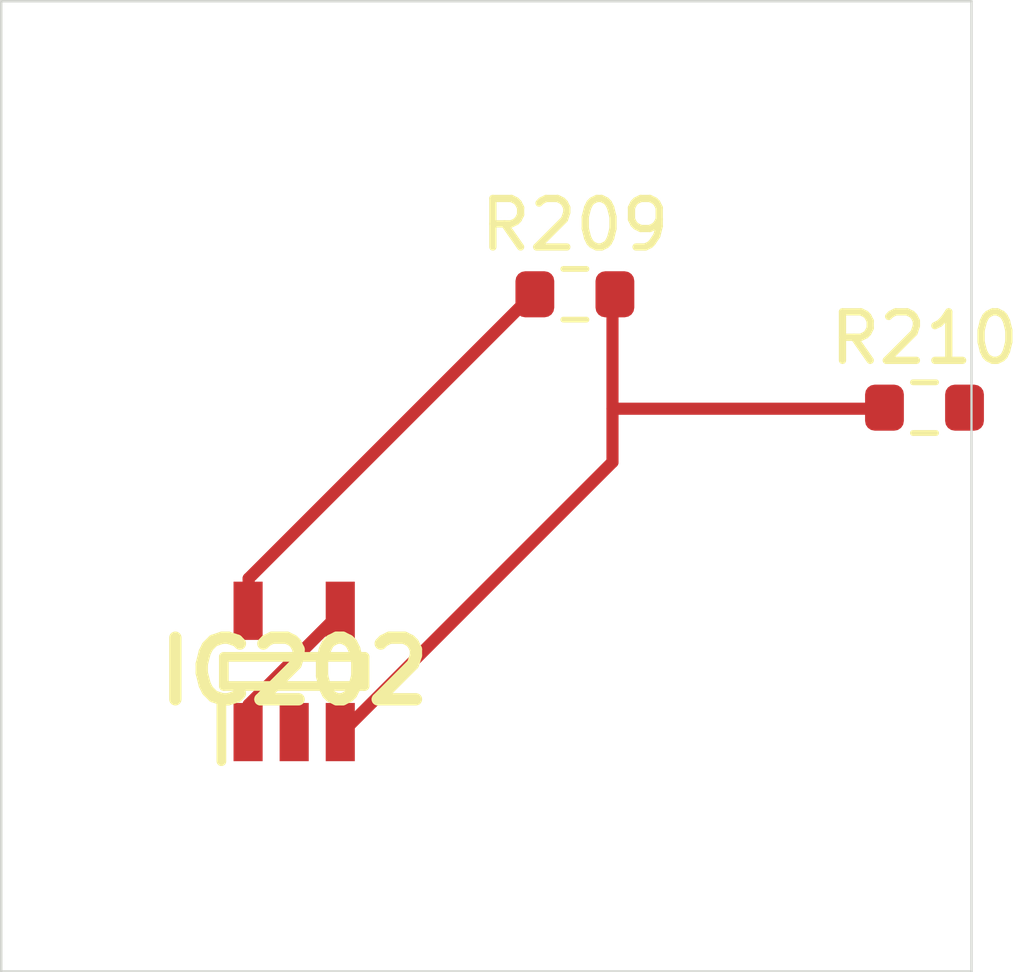
<source format=kicad_pcb>
 ( kicad_pcb  ( version 20171130 )
 ( host pcbnew 5.1.12-84ad8e8a86~92~ubuntu18.04.1 )
 ( general  ( thickness 1.6 )
 ( drawings 4 )
 ( tracks 0 )
 ( zones 0 )
 ( modules 3 )
 ( nets 5 )
)
 ( page A4 )
 ( layers  ( 0 F.Cu signal )
 ( 31 B.Cu signal )
 ( 32 B.Adhes user )
 ( 33 F.Adhes user )
 ( 34 B.Paste user )
 ( 35 F.Paste user )
 ( 36 B.SilkS user )
 ( 37 F.SilkS user )
 ( 38 B.Mask user )
 ( 39 F.Mask user )
 ( 40 Dwgs.User user )
 ( 41 Cmts.User user )
 ( 42 Eco1.User user )
 ( 43 Eco2.User user )
 ( 44 Edge.Cuts user )
 ( 45 Margin user )
 ( 46 B.CrtYd user )
 ( 47 F.CrtYd user )
 ( 48 B.Fab user )
 ( 49 F.Fab user )
)
 ( setup  ( last_trace_width 0.25 )
 ( trace_clearance 0.2 )
 ( zone_clearance 0.508 )
 ( zone_45_only no )
 ( trace_min 0.2 )
 ( via_size 0.8 )
 ( via_drill 0.4 )
 ( via_min_size 0.4 )
 ( via_min_drill 0.3 )
 ( uvia_size 0.3 )
 ( uvia_drill 0.1 )
 ( uvias_allowed no )
 ( uvia_min_size 0.2 )
 ( uvia_min_drill 0.1 )
 ( edge_width 0.05 )
 ( segment_width 0.2 )
 ( pcb_text_width 0.3 )
 ( pcb_text_size 1.5 1.5 )
 ( mod_edge_width 0.12 )
 ( mod_text_size 1 1 )
 ( mod_text_width 0.15 )
 ( pad_size 1.524 1.524 )
 ( pad_drill 0.762 )
 ( pad_to_mask_clearance 0 )
 ( aux_axis_origin 0 0 )
 ( visible_elements FFFFFF7F )
 ( pcbplotparams  ( layerselection 0x010fc_ffffffff )
 ( usegerberextensions false )
 ( usegerberattributes true )
 ( usegerberadvancedattributes true )
 ( creategerberjobfile true )
 ( excludeedgelayer true )
 ( linewidth 0.100000 )
 ( plotframeref false )
 ( viasonmask false )
 ( mode 1 )
 ( useauxorigin false )
 ( hpglpennumber 1 )
 ( hpglpenspeed 20 )
 ( hpglpendiameter 15.000000 )
 ( psnegative false )
 ( psa4output false )
 ( plotreference true )
 ( plotvalue true )
 ( plotinvisibletext false )
 ( padsonsilk false )
 ( subtractmaskfromsilk false )
 ( outputformat 1 )
 ( mirror false )
 ( drillshape 1 )
 ( scaleselection 1 )
 ( outputdirectory "" )
)
)
 ( net 0 "" )
 ( net 1 GND )
 ( net 2 VDDA )
 ( net 3 /Sheet6235D886/vp )
 ( net 4 "Net-(IC202-Pad3)" )
 ( net_class Default "This is the default net class."  ( clearance 0.2 )
 ( trace_width 0.25 )
 ( via_dia 0.8 )
 ( via_drill 0.4 )
 ( uvia_dia 0.3 )
 ( uvia_drill 0.1 )
 ( add_net /Sheet6235D886/vp )
 ( add_net GND )
 ( add_net "Net-(IC202-Pad3)" )
 ( add_net VDDA )
)
 ( module SOT95P280X145-5N locked  ( layer F.Cu )
 ( tedit 62336ED7 )
 ( tstamp 623423ED )
 ( at 86.038900 113.815000 90.000000 )
 ( descr DBV0005A )
 ( tags "Integrated Circuit" )
 ( path /6235D887/6266C08E )
 ( attr smd )
 ( fp_text reference IC202  ( at 0 0 )
 ( layer F.SilkS )
 ( effects  ( font  ( size 1.27 1.27 )
 ( thickness 0.254 )
)
)
)
 ( fp_text value TL071HIDBVR  ( at 0 0 )
 ( layer F.SilkS )
hide  ( effects  ( font  ( size 1.27 1.27 )
 ( thickness 0.254 )
)
)
)
 ( fp_line  ( start -1.85 -1.5 )
 ( end -0.65 -1.5 )
 ( layer F.SilkS )
 ( width 0.2 )
)
 ( fp_line  ( start -0.3 1.45 )
 ( end -0.3 -1.45 )
 ( layer F.SilkS )
 ( width 0.2 )
)
 ( fp_line  ( start 0.3 1.45 )
 ( end -0.3 1.45 )
 ( layer F.SilkS )
 ( width 0.2 )
)
 ( fp_line  ( start 0.3 -1.45 )
 ( end 0.3 1.45 )
 ( layer F.SilkS )
 ( width 0.2 )
)
 ( fp_line  ( start -0.3 -1.45 )
 ( end 0.3 -1.45 )
 ( layer F.SilkS )
 ( width 0.2 )
)
 ( fp_line  ( start -0.8 -0.5 )
 ( end 0.15 -1.45 )
 ( layer Dwgs.User )
 ( width 0.1 )
)
 ( fp_line  ( start -0.8 1.45 )
 ( end -0.8 -1.45 )
 ( layer Dwgs.User )
 ( width 0.1 )
)
 ( fp_line  ( start 0.8 1.45 )
 ( end -0.8 1.45 )
 ( layer Dwgs.User )
 ( width 0.1 )
)
 ( fp_line  ( start 0.8 -1.45 )
 ( end 0.8 1.45 )
 ( layer Dwgs.User )
 ( width 0.1 )
)
 ( fp_line  ( start -0.8 -1.45 )
 ( end 0.8 -1.45 )
 ( layer Dwgs.User )
 ( width 0.1 )
)
 ( fp_line  ( start -2.1 1.775 )
 ( end -2.1 -1.775 )
 ( layer Dwgs.User )
 ( width 0.05 )
)
 ( fp_line  ( start 2.1 1.775 )
 ( end -2.1 1.775 )
 ( layer Dwgs.User )
 ( width 0.05 )
)
 ( fp_line  ( start 2.1 -1.775 )
 ( end 2.1 1.775 )
 ( layer Dwgs.User )
 ( width 0.05 )
)
 ( fp_line  ( start -2.1 -1.775 )
 ( end 2.1 -1.775 )
 ( layer Dwgs.User )
 ( width 0.05 )
)
 ( pad 1 smd rect  ( at -1.25 -0.95 180.000000 )
 ( size 0.6 1.2 )
 ( layers F.Cu F.Mask F.Paste )
 ( net 3 /Sheet6235D886/vp )
)
 ( pad 2 smd rect  ( at -1.25 0 180.000000 )
 ( size 0.6 1.2 )
 ( layers F.Cu F.Mask F.Paste )
 ( net 1 GND )
)
 ( pad 3 smd rect  ( at -1.25 0.95 180.000000 )
 ( size 0.6 1.2 )
 ( layers F.Cu F.Mask F.Paste )
 ( net 4 "Net-(IC202-Pad3)" )
)
 ( pad 4 smd rect  ( at 1.25 0.95 180.000000 )
 ( size 0.6 1.2 )
 ( layers F.Cu F.Mask F.Paste )
 ( net 3 /Sheet6235D886/vp )
)
 ( pad 5 smd rect  ( at 1.25 -0.95 180.000000 )
 ( size 0.6 1.2 )
 ( layers F.Cu F.Mask F.Paste )
 ( net 2 VDDA )
)
)
 ( module Resistor_SMD:R_0603_1608Metric  ( layer F.Cu )
 ( tedit 5F68FEEE )
 ( tstamp 62342595 )
 ( at 91.824900 106.041000 )
 ( descr "Resistor SMD 0603 (1608 Metric), square (rectangular) end terminal, IPC_7351 nominal, (Body size source: IPC-SM-782 page 72, https://www.pcb-3d.com/wordpress/wp-content/uploads/ipc-sm-782a_amendment_1_and_2.pdf), generated with kicad-footprint-generator" )
 ( tags resistor )
 ( path /6235D887/623CDBD9 )
 ( attr smd )
 ( fp_text reference R209  ( at 0 -1.43 )
 ( layer F.SilkS )
 ( effects  ( font  ( size 1 1 )
 ( thickness 0.15 )
)
)
)
 ( fp_text value 100k  ( at 0 1.43 )
 ( layer F.Fab )
 ( effects  ( font  ( size 1 1 )
 ( thickness 0.15 )
)
)
)
 ( fp_line  ( start -0.8 0.4125 )
 ( end -0.8 -0.4125 )
 ( layer F.Fab )
 ( width 0.1 )
)
 ( fp_line  ( start -0.8 -0.4125 )
 ( end 0.8 -0.4125 )
 ( layer F.Fab )
 ( width 0.1 )
)
 ( fp_line  ( start 0.8 -0.4125 )
 ( end 0.8 0.4125 )
 ( layer F.Fab )
 ( width 0.1 )
)
 ( fp_line  ( start 0.8 0.4125 )
 ( end -0.8 0.4125 )
 ( layer F.Fab )
 ( width 0.1 )
)
 ( fp_line  ( start -0.237258 -0.5225 )
 ( end 0.237258 -0.5225 )
 ( layer F.SilkS )
 ( width 0.12 )
)
 ( fp_line  ( start -0.237258 0.5225 )
 ( end 0.237258 0.5225 )
 ( layer F.SilkS )
 ( width 0.12 )
)
 ( fp_line  ( start -1.48 0.73 )
 ( end -1.48 -0.73 )
 ( layer F.CrtYd )
 ( width 0.05 )
)
 ( fp_line  ( start -1.48 -0.73 )
 ( end 1.48 -0.73 )
 ( layer F.CrtYd )
 ( width 0.05 )
)
 ( fp_line  ( start 1.48 -0.73 )
 ( end 1.48 0.73 )
 ( layer F.CrtYd )
 ( width 0.05 )
)
 ( fp_line  ( start 1.48 0.73 )
 ( end -1.48 0.73 )
 ( layer F.CrtYd )
 ( width 0.05 )
)
 ( fp_text user %R  ( at 0 0 )
 ( layer F.Fab )
 ( effects  ( font  ( size 0.4 0.4 )
 ( thickness 0.06 )
)
)
)
 ( pad 1 smd roundrect  ( at -0.825 0 )
 ( size 0.8 0.95 )
 ( layers F.Cu F.Mask F.Paste )
 ( roundrect_rratio 0.25 )
 ( net 2 VDDA )
)
 ( pad 2 smd roundrect  ( at 0.825 0 )
 ( size 0.8 0.95 )
 ( layers F.Cu F.Mask F.Paste )
 ( roundrect_rratio 0.25 )
 ( net 4 "Net-(IC202-Pad3)" )
)
 ( model ${KISYS3DMOD}/Resistor_SMD.3dshapes/R_0603_1608Metric.wrl  ( at  ( xyz 0 0 0 )
)
 ( scale  ( xyz 1 1 1 )
)
 ( rotate  ( xyz 0 0 0 )
)
)
)
 ( module Resistor_SMD:R_0603_1608Metric  ( layer F.Cu )
 ( tedit 5F68FEEE )
 ( tstamp 623425A6 )
 ( at 99.031300 108.378000 )
 ( descr "Resistor SMD 0603 (1608 Metric), square (rectangular) end terminal, IPC_7351 nominal, (Body size source: IPC-SM-782 page 72, https://www.pcb-3d.com/wordpress/wp-content/uploads/ipc-sm-782a_amendment_1_and_2.pdf), generated with kicad-footprint-generator" )
 ( tags resistor )
 ( path /6235D887/623CDBDF )
 ( attr smd )
 ( fp_text reference R210  ( at 0 -1.43 )
 ( layer F.SilkS )
 ( effects  ( font  ( size 1 1 )
 ( thickness 0.15 )
)
)
)
 ( fp_text value 100k  ( at 0 1.43 )
 ( layer F.Fab )
 ( effects  ( font  ( size 1 1 )
 ( thickness 0.15 )
)
)
)
 ( fp_line  ( start 1.48 0.73 )
 ( end -1.48 0.73 )
 ( layer F.CrtYd )
 ( width 0.05 )
)
 ( fp_line  ( start 1.48 -0.73 )
 ( end 1.48 0.73 )
 ( layer F.CrtYd )
 ( width 0.05 )
)
 ( fp_line  ( start -1.48 -0.73 )
 ( end 1.48 -0.73 )
 ( layer F.CrtYd )
 ( width 0.05 )
)
 ( fp_line  ( start -1.48 0.73 )
 ( end -1.48 -0.73 )
 ( layer F.CrtYd )
 ( width 0.05 )
)
 ( fp_line  ( start -0.237258 0.5225 )
 ( end 0.237258 0.5225 )
 ( layer F.SilkS )
 ( width 0.12 )
)
 ( fp_line  ( start -0.237258 -0.5225 )
 ( end 0.237258 -0.5225 )
 ( layer F.SilkS )
 ( width 0.12 )
)
 ( fp_line  ( start 0.8 0.4125 )
 ( end -0.8 0.4125 )
 ( layer F.Fab )
 ( width 0.1 )
)
 ( fp_line  ( start 0.8 -0.4125 )
 ( end 0.8 0.4125 )
 ( layer F.Fab )
 ( width 0.1 )
)
 ( fp_line  ( start -0.8 -0.4125 )
 ( end 0.8 -0.4125 )
 ( layer F.Fab )
 ( width 0.1 )
)
 ( fp_line  ( start -0.8 0.4125 )
 ( end -0.8 -0.4125 )
 ( layer F.Fab )
 ( width 0.1 )
)
 ( fp_text user %R  ( at 0 0 )
 ( layer F.Fab )
 ( effects  ( font  ( size 0.4 0.4 )
 ( thickness 0.06 )
)
)
)
 ( pad 2 smd roundrect  ( at 0.825 0 )
 ( size 0.8 0.95 )
 ( layers F.Cu F.Mask F.Paste )
 ( roundrect_rratio 0.25 )
 ( net 1 GND )
)
 ( pad 1 smd roundrect  ( at -0.825 0 )
 ( size 0.8 0.95 )
 ( layers F.Cu F.Mask F.Paste )
 ( roundrect_rratio 0.25 )
 ( net 4 "Net-(IC202-Pad3)" )
)
 ( model ${KISYS3DMOD}/Resistor_SMD.3dshapes/R_0603_1608Metric.wrl  ( at  ( xyz 0 0 0 )
)
 ( scale  ( xyz 1 1 1 )
)
 ( rotate  ( xyz 0 0 0 )
)
)
)
 ( gr_line  ( start 100 100 )
 ( end 100 120 )
 ( layer Edge.Cuts )
 ( width 0.05 )
 ( tstamp 62E770C4 )
)
 ( gr_line  ( start 80 120 )
 ( end 100 120 )
 ( layer Edge.Cuts )
 ( width 0.05 )
 ( tstamp 62E770C0 )
)
 ( gr_line  ( start 80 100 )
 ( end 100 100 )
 ( layer Edge.Cuts )
 ( width 0.05 )
 ( tstamp 6234110C )
)
 ( gr_line  ( start 80 100 )
 ( end 80 120 )
 ( layer Edge.Cuts )
 ( width 0.05 )
)
 ( segment  ( start 91.000001 106.000002 )
 ( end 85.100001 111.900002 )
 ( width 0.250000 )
 ( layer F.Cu )
 ( net 2 )
)
 ( segment  ( start 85.100001 111.900002 )
 ( end 85.100001 112.600002 )
 ( width 0.250000 )
 ( layer F.Cu )
 ( net 2 )
)
 ( segment  ( start 87.000001 112.600002 )
 ( end 85.100001 114.500002 )
 ( width 0.250000 )
 ( layer F.Cu )
 ( net 3 )
)
 ( segment  ( start 85.100001 114.500002 )
 ( end 85.100001 115.100002 )
 ( width 0.250000 )
 ( layer F.Cu )
 ( net 3 )
)
 ( segment  ( start 92.600001 106.000002 )
 ( end 92.600001 109.500002 )
 ( width 0.250000 )
 ( layer F.Cu )
 ( net 4 )
)
 ( segment  ( start 92.600001 109.500002 )
 ( end 87.000001 115.100002 )
 ( width 0.250000 )
 ( layer F.Cu )
 ( net 4 )
)
 ( segment  ( start 98.200001 108.400002 )
 ( end 92.600001 108.400002 )
 ( width 0.250000 )
 ( layer F.Cu )
 ( net 4 )
)
)

</source>
